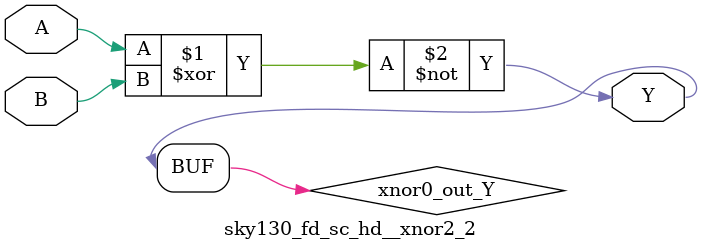
<source format=v>
/*
 * Copyright 2020 The SkyWater PDK Authors
 *
 * Licensed under the Apache License, Version 2.0 (the "License");
 * you may not use this file except in compliance with the License.
 * You may obtain a copy of the License at
 *
 *     https://www.apache.org/licenses/LICENSE-2.0
 *
 * Unless required by applicable law or agreed to in writing, software
 * distributed under the License is distributed on an "AS IS" BASIS,
 * WITHOUT WARRANTIES OR CONDITIONS OF ANY KIND, either express or implied.
 * See the License for the specific language governing permissions and
 * limitations under the License.
 *
 * SPDX-License-Identifier: Apache-2.0
*/


`ifndef SKY130_FD_SC_HD__XNOR2_2_FUNCTIONAL_V
`define SKY130_FD_SC_HD__XNOR2_2_FUNCTIONAL_V

/**
 * xnor2: 2-input exclusive NOR.
 *
 *        Y = !(A ^ B)
 *
 * Verilog simulation functional model.
 */

`timescale 1ns / 1ps
`default_nettype none

`celldefine
module sky130_fd_sc_hd__xnor2_2 (
    Y,
    A,
    B
);

    // Module ports
    output Y;
    input  A;
    input  B;

    // Local signals
    wire xnor0_out_Y;

    //   Name   Output       Other arguments
    xnor xnor0 (xnor0_out_Y, A, B           );
    buf  buf0  (Y          , xnor0_out_Y    );

endmodule
`endcelldefine

`default_nettype wire
`endif  // SKY130_FD_SC_HD__XNOR2_2_FUNCTIONAL_V

</source>
